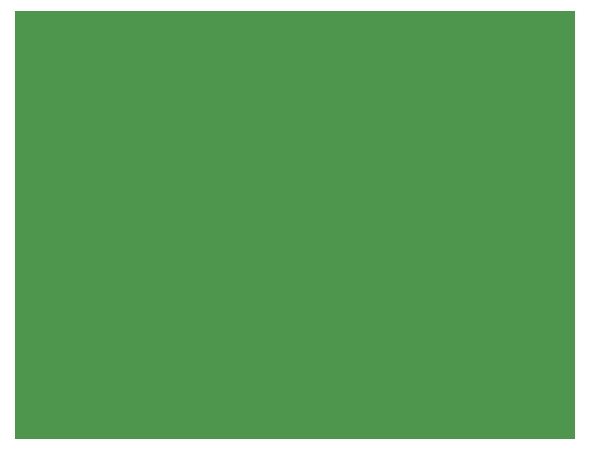
<source format=gbr>
G04 ===== Begin FILE IDENTIFICATION =====*
G04 File Format:  Gerber RS274X*
G04 ===== End FILE IDENTIFICATION =====*
%FSLAX24Y24*%
%MOIN*%
%SFA1.0000B1.0000*%
%OFA0.0B0.0*%
%ADD14R,1.870079X1.429134*%
%LNbound*%
%IPPOS*%
%LPD*%
G75*
D14*
X59Y4862D03*
M02*


</source>
